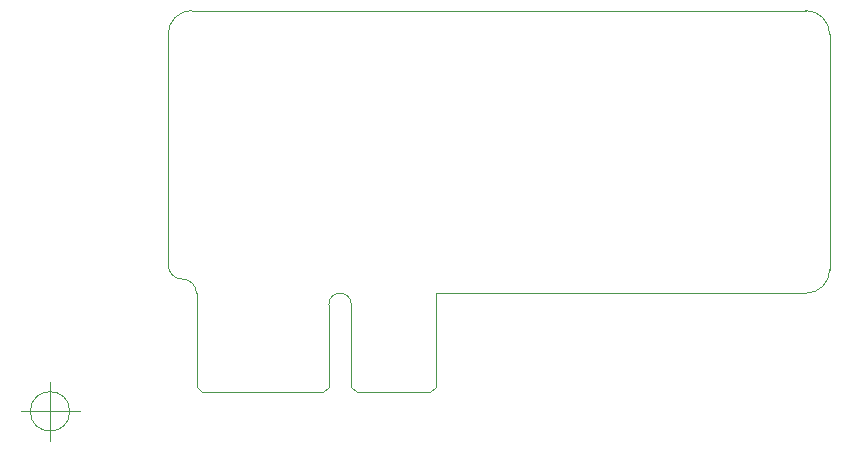
<source format=gbr>
G04 #@! TF.GenerationSoftware,KiCad,Pcbnew,(6.0.4)*
G04 #@! TF.CreationDate,2022-07-06T17:36:01+08:00*
G04 #@! TF.ProjectId,MP1495S_EVB,4d503134-3935-4535-9f45-56422e6b6963,rev?*
G04 #@! TF.SameCoordinates,PX5e56640PY77750e0*
G04 #@! TF.FileFunction,Profile,NP*
%FSLAX46Y46*%
G04 Gerber Fmt 4.6, Leading zero omitted, Abs format (unit mm)*
G04 Created by KiCad (PCBNEW (6.0.4)) date 2022-07-06 17:36:01*
%MOMM*%
%LPD*%
G01*
G04 APERTURE LIST*
G04 #@! TA.AperFunction,Profile*
%ADD10C,0.050000*%
G04 #@! TD*
G04 #@! TA.AperFunction,Profile*
%ADD11C,0.100000*%
G04 #@! TD*
G04 APERTURE END LIST*
D10*
X64000000Y33940624D02*
X12000000Y33940624D01*
X66000624Y31940000D02*
X66000000Y12000000D01*
X32700000Y10000000D02*
X63999376Y9999376D01*
X66000624Y31940000D02*
G75*
G03*
X64000000Y33940624I-2000624J0D01*
G01*
X12000000Y33940624D02*
G75*
G03*
X9999376Y31940000I0J-2000624D01*
G01*
X9998666Y12401332D02*
G75*
G03*
X11199334Y11200666I1200634J-32D01*
G01*
X12399966Y10000000D02*
G75*
G03*
X11199334Y11200666I-1200666J0D01*
G01*
X63999376Y9999400D02*
G75*
G03*
X66000000Y12000000I24J2000600D01*
G01*
X9999376Y31940000D02*
X9998668Y12401332D01*
X1666666Y0D02*
G75*
G03*
X1666666Y0I-1666666J0D01*
G01*
X-2500000Y0D02*
X2500000Y0D01*
X0Y2500000D02*
X0Y-2500000D01*
D11*
G04 #@! TO.C,PCI1*
X25500000Y2100000D02*
X26000000Y1600000D01*
X23600000Y9050000D02*
X23600000Y2100000D01*
X32700000Y10000000D02*
X32700000Y2100000D01*
X12900000Y1600000D02*
X23100000Y1600000D01*
X26000000Y1600000D02*
X32200000Y1600000D01*
X23600000Y2100000D02*
X23100000Y1600000D01*
X25500000Y9050000D02*
X25500000Y2100000D01*
X12400000Y10000000D02*
X12400000Y2100000D01*
X32700000Y2100000D02*
X32200000Y1600000D01*
X12400000Y2100000D02*
X12900000Y1600000D01*
X25500000Y9050000D02*
G75*
G03*
X23600000Y9050000I-950000J0D01*
G01*
G04 #@! TD*
M02*

</source>
